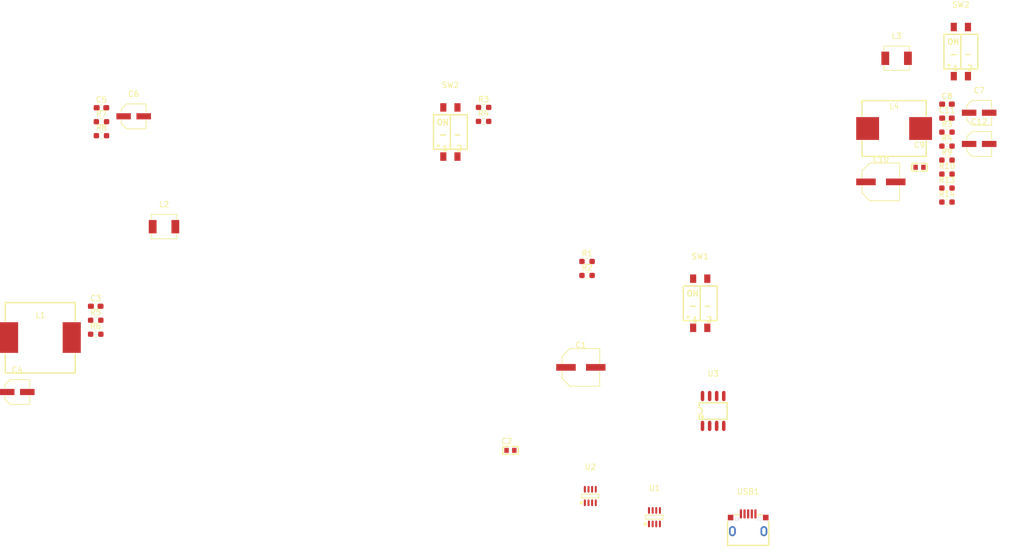
<source format=kicad_pcb>
(kicad_pcb (version 20241229) (generator "pcbnew") (generator_version "9.0")
  (layers (0 "F.Cu" signal) (2 "B.Cu" signal) (13 "F.Paste" user) (15 "B.Paste" user) (5 "F.SilkS" user "F.Silkscreen") (7 "B.SilkS" user "B.Silkscreen") (1 "F.Mask" user) (3 "B.Mask" user) (25 "Edge.Cuts" user))
  (net 0 "")
  (net 1 "+2V8")
  (net 2 "Net-(U1-FB1)")
  (net 3 "Net-(U1-IN)")
  (net 4 "Net-(U1-FB2)")
  (net 5 "+3V3")
  (net 7 "Net-(U1-LX1)")
  (net 8 "Net-(U1-LX2)")
  (net 9 "+2V5")
  (net 10 "Net-(U2-FB2)")
  (net 11 "Net-(U2-IN)")
  (net 13 "+1V1")
  (net 14 "Net-(U2-FB1)")
  (net 16 "+5V")
  (net 19 "Net-(U2-LX1)")
  (net 20 "Net-(U3-UD-)")
  (net 23 "+3.3V")
  (net 24 "Net-(U3-UD+)")
  (net 30 "GND")
  (net 31 "Net-(SW1-A1)")
  (net 32 "Net-(SW1-A2)")
  (net 39 "Net-(U2-LX2)")
  (net 40 "Net-(SW2-A1)")
  (net 41 "Net-(SW2-A2)")
  (footprint "100uF-capacitor:CAP-SMD_BD6.3-L6.6-W6.6-FD" (layer "F.Cu") (at 165.08 95.35)
    (property "Reference" "C1" (at 0 -4 0) (layer "F.SilkS"))
    (property "Value" "100 uF")
    (fp_line (start -3.38 -1.98) (end -3.38 -0.69) (stroke (width 0.15)) (layer "F.SilkS"))
    (fp_line (start -3.38 1.98) (end -3.36 0.69) (stroke (width 0.15)) (layer "F.SilkS"))
    (fp_line (start -1.98 -3.38) (end -3.38 -1.98) (stroke (width 0.15)) (layer "F.SilkS"))
    (fp_line (start -1.98 3.38) (end -3.38 1.98) (stroke (width 0.15)) (layer "F.SilkS"))
    (fp_line (start 3.36 0.74) (end 3.38 3.38) (stroke (width 0.15)) (layer "F.SilkS"))
    (fp_line (start 3.37 -0.71) (end 3.38 -3.38) (stroke (width 0.15)) (layer "F.SilkS"))
    (fp_line (start 3.38 -3.38) (end -1.98 -3.38) (stroke (width 0.15)) (layer "F.SilkS"))
    (fp_line (start 3.38 3.38) (end -1.98 3.38) (stroke (width 0.15)) (layer "F.SilkS"))
    (pad "1" smd rect (at -2.67 0) (size 3.5 1.2) (layers "F.Cu" "F.Mask" "F.Paste") (net 11 "Net-(U2-IN)"))
    (pad "2" smd rect (at 2.67 0) (size 3.5 1.2) (layers "F.Cu" "F.Mask" "F.Paste") (net 30 "GND"))
  )
  (footprint "0.8uH-inductor:IND-SMD_L11.5-W10.0_PSPMAA1040H-330M-ANP" (layer "F.Cu") (at 221.25 52.48)
    (property "Reference" "L4" (at 0 -4 0) (layer "F.SilkS"))
    (property "Value" "0.8 uH")
    (fp_line (start -5.75 -5) (end -5.75 -2.28) (stroke (width 0.25)) (layer "F.SilkS"))
    (fp_line (start -5.75 -5) (end 5.75 -5) (stroke (width 0.25)) (layer "F.SilkS"))
    (fp_line (start -5.75 2.28) (end -5.75 5) (stroke (width 0.25)) (layer "F.SilkS"))
    (fp_line (start 5.75 -2.28) (end 5.75 -5) (stroke (width 0.25)) (layer "F.SilkS"))
    (fp_line (start 5.75 5) (end -5.75 5) (stroke (width 0.25)) (layer "F.SilkS"))
    (fp_line (start 5.75 5) (end 5.75 2.28) (stroke (width 0.25)) (layer "F.SilkS"))
    (pad "1" smd rect (at -4.75 0) (size 4.1 4.1) (layers "F.Cu" "F.Mask" "F.Paste") (net 8 "Net-(U1-LX2)"))
    (pad "2" smd rect (at 4.75 0) (size 4.1 4.1) (layers "F.Cu" "F.Mask" "F.Paste") (net 5 "+3V3"))
  )
  (footprint "22uH-inductor:IND-SMD_L13.5-W12.6_TMPC1206HP-1R5MG-D" (layer "F.Cu") (at 68.1675 90)
    (property "Reference" "L1" (at 0 -4 0) (layer "F.SilkS"))
    (property "Value" "22 uH")
    (fp_line (start -6.3 -6.25) (end 6.25 -6.25) (stroke (width 0.25)) (layer "F.SilkS"))
    (fp_line (start -6.3 -2.98) (end -6.3 -6.25) (stroke (width 0.25)) (layer "F.SilkS"))
    (fp_line (start -6.3 6.35) (end -6.3 2.98) (stroke (width 0.25)) (layer "F.SilkS"))
    (fp_line (start 6.25 -6.25) (end 6.25 -2.98) (stroke (width 0.25)) (layer "F.SilkS"))
    (fp_line (start 6.25 2.98) (end 6.25 6.35) (stroke (width 0.25)) (layer "F.SilkS"))
    (fp_line (start 6.25 6.35) (end -6.3 6.35) (stroke (width 0.25)) (layer "F.SilkS"))
    (pad "1" smd rect (at -5.62 0) (size 3.25 5.5) (layers "F.Cu" "F.Mask" "F.Paste") (net 13 "+1V1"))
    (pad "2" smd rect (at 5.62 0) (size 3.25 5.5) (layers "F.Cu" "F.Mask" "F.Paste") (net 19 "Net-(U2-LX1)"))
  )
  (footprint "Resistor_SMD:R_0603_1608Metric_Pad0.98x0.95mm_HandSolder" (layer "F.Cu") (at 230.725 58.15)
    (property "Reference" "R9" (at 0 -1.43 0) (layer "F.SilkS"))
    (property "Value" "120K")
    (fp_line (start -0.254724 -0.5225) (end 0.254724 -0.5225) (stroke (width 0.12)) (layer "F.SilkS"))
    (fp_line (start -0.254724 0.5225) (end 0.254724 0.5225) (stroke (width 0.12)) (layer "F.SilkS"))
    (pad "1" smd roundrect (at -0.9125 0) (size 0.975 0.95) (layers "F.Cu" "F.Mask" "F.Paste") (net 30 "GND"))
    (pad "2" smd roundrect (at 0.9125 0) (size 0.975 0.95) (layers "F.Cu" "F.Mask" "F.Paste") (net 2 "Net-(U1-FB1)"))
  )
  (footprint "Stepdown-converter:SOT-23-8_L3.0-W1.7-P0.65-LS2.8-BL" (layer "F.Cu") (at 178.27 122.24)
    (property "Reference" "U1" (at 0 -5.21 0) (layer "F.SilkS"))
    (property "Value" "SY8029AIC")
    (fp_line (start -1.53 -0.37) (end 1.53 -0.37) (stroke (width 0.15)) (layer "F.SilkS"))
    (fp_line (start -1.53 0.37) (end -1.53 -0.37) (stroke (width 0.15)) (layer "F.SilkS"))
    (fp_line (start 1.53 -0.37) (end 1.53 0.37) (stroke (width 0.15)) (layer "F.SilkS"))
    (fp_line (start 1.53 0.37) (end -1.53 0.37) (stroke (width 0.15)) (layer "F.SilkS"))
    (fp_circle (center -1.61 1.21) (end -1.46 1.21) (stroke (width 0.3)) (fill no) (layer "F.SilkS"))
    (pad "1" smd oval (at -0.98 1.21) (size 0.36 1.22) (layers "F.Cu" "F.Mask" "F.Paste") (net 2 "Net-(U1-FB1)"))
    (pad "2" smd oval (at -0.32 1.21) (size 0.36 1.22) (layers "F.Cu" "F.Mask" "F.Paste") (net 3 "Net-(U1-IN)"))
    (pad "3" smd oval (at 0.33 1.21) (size 0.36 1.22) (layers "F.Cu" "F.Mask" "F.Paste") (net 7 "Net-(U1-LX1)"))
    (pad "4" smd oval (at 0.98 1.21) (size 0.36 1.22) (layers "F.Cu" "F.Mask" "F.Paste"))
    (pad "5" smd oval (at 0.98 -1.21) (size 0.36 1.22) (layers "F.Cu" "F.Mask" "F.Paste") (net 8 "Net-(U1-LX2)"))
    (pad "6" smd oval (at 0.33 -1.21) (size 0.36 1.22) (layers "F.Cu" "F.Mask" "F.Paste") (net 40 "Net-(SW2-A1)"))
    (pad "7" smd oval (at -0.32 -1.21) (size 0.36 1.22) (layers "F.Cu" "F.Mask" "F.Paste") (net 41 "Net-(SW2-A2)"))
    (pad "8" smd oval (at -0.98 -1.21) (size 0.36 1.22) (layers "F.Cu" "F.Mask" "F.Paste") (net 4 "Net-(U1-FB2)"))
  )
  (footprint "DIP-switch:SW-SMD_4P-L6.1-W6.2-P2.54-LS10.0" (layer "F.Cu") (at 141.6825 53.105)
    (property "Reference" "SW2" (at 0 -8.41 0) (layer "F.SilkS"))
    (property "Value" "KF1027B-02P-G00-ON-01B")
    (fp_line (start -3.03 -3.1) (end 3.04 -3.1) (stroke (width 0.25)) (layer "F.SilkS"))
    (fp_line (start -3.03 3.1) (end -3.03 -3.1) (stroke (width 0.25)) (layer "F.SilkS"))
    (fp_line (start -1.77 0.54) (end -0.88 0.54) (stroke (width 0.25)) (layer "F.SilkS"))
    (fp_line (start 0 -2.13) (end 0 2.19) (stroke (width 0.25)) (layer "F.SilkS"))
    (fp_line (start 0 -1.96) (end 0 -3.07) (stroke (width 0.25)) (layer "F.SilkS"))
    (fp_line (start 0 2.19) (end 0 3.13) (stroke (width 0.25)) (layer "F.SilkS"))
    (fp_line (start 0.89 0.54) (end 1.66 0.54) (stroke (width 0.25)) (layer "F.SilkS"))
    (fp_line (start 3.04 -3.1) (end 3.04 3.1) (stroke (width 0.25)) (layer "F.SilkS"))
    (fp_line (start 3.04 3.1) (end -3.03 3.1) (stroke (width 0.25)) (layer "F.SilkS"))
    (fp_circle (center -2.16 2.44) (end -2.03 2.44) (stroke (width 0.25)) (fill no) (layer "F.SilkS"))
    (fp_text user "1" (at -1.52 2.95 0) (layer "F.SilkS") (effects (font (thickness 0.2)) (justify left)))
    (fp_text user "ON" (at -2.54 -1.75 0) (layer "F.SilkS") (effects (font (thickness 0.2)) (justify left)))
    (fp_text user "2" (at 1.02 2.95 0) (layer "F.SilkS") (effects (font (thickness 0.2)) (justify left)))
    (pad "1" smd rect (at -1.27 4.41 90) (size 1.52 1.1) (layers "F.Cu" "F.Mask" "F.Paste"))
    (pad "2" smd rect (at 1.27 4.41 90) (size 1.52 1.1) (layers "F.Cu" "F.Mask" "F.Paste"))
    (pad "3" smd rect (at 1.27 -4.41 90) (size 1.52 1.1) (layers "F.Cu" "F.Mask" "F.Paste"))
    (pad "4" smd rect (at -1.27 -4.41 90) (size 1.52 1.1) (layers "F.Cu" "F.Mask" "F.Paste"))
  )
  (footprint "22uF-capacitor:CAP-SMD_BD4.0-L4.3-W4.3-LS5.1-FD" (layer "F.Cu") (at 84.89 50.29)
    (property "Reference" "C6" (at 0 -4 0) (layer "F.SilkS"))
    (property "Value" "22 uF")
    (fp_line (start -2.22 -1.29) (end -2.22 -0.73) (stroke (width 0.15)) (layer "F.SilkS"))
    (fp_line (start -2.22 0.73) (end -2.22 1.29) (stroke (width 0.15)) (layer "F.SilkS"))
    (fp_line (start -2.22 1.29) (end -2.22 1.29) (stroke (width 0.15)) (layer "F.SilkS"))
    (fp_line (start -1.28 -2.22) (end -2.22 -1.29) (stroke (width 0.15)) (layer "F.SilkS"))
    (fp_line (start -1.28 2.23) (end -2.22 1.29) (stroke (width 0.15)) (layer "F.SilkS"))
    (fp_line (start 2.23 -2.22) (end -1.28 -2.22) (stroke (width 0.15)) (layer "F.SilkS"))
    (fp_line (start 2.23 -0.73) (end 2.23 -2.22) (stroke (width 0.15)) (layer "F.SilkS"))
    (fp_line (start 2.23 2.23) (end -1.28 2.23) (stroke (width 0.15)) (layer "F.SilkS"))
    (fp_line (start 2.23 2.23) (end 2.23 0.73) (stroke (width 0.15)) (layer "F.SilkS"))
    (pad "1" smd rect (at -1.8 0) (size 2.6 1.1) (layers "F.Cu" "F.Mask" "F.Paste") (net 9 "+2V5"))
    (pad "2" smd rect (at 1.8 0) (size 2.6 1.1) (layers "F.Cu" "F.Mask" "F.Paste") (net 30 "GND"))
  )
  (footprint "3.3uH-inductor:IND-SMD_L4.4-W4.2-A" (layer "F.Cu") (at 90.33 70.1)
    (property "Reference" "L2" (at 0 -4 0) (layer "F.SilkS"))
    (property "Value" "3.3 uH")
    (fp_line (start -2.28 -2.18) (end 2.28 -2.18) (stroke (width 0.15)) (layer "F.SilkS"))
    (fp_line (start -2.28 1.33) (end -2.28 2.18) (stroke (width 0.15)) (layer "F.SilkS"))
    (fp_line (start -2.28 2.18) (end 2.28 2.18) (stroke (width 0.15)) (layer "F.SilkS"))
    (fp_line (start -2.27 -1.4) (end -2.28 -2.18) (stroke (width 0.15)) (layer "F.SilkS"))
    (fp_line (start 2.28 -2.18) (end 2.27 -1.33) (stroke (width 0.15)) (layer "F.SilkS"))
    (fp_line (start 2.28 2.18) (end 2.28 1.32) (stroke (width 0.15)) (layer "F.SilkS"))
    (pad "1" smd rect (at 2.03 0) (size 1.4 2.4) (layers "F.Cu" "F.Mask" "F.Paste") (net 39 "Net-(U2-LX2)"))
    (pad "2" smd rect (at -2.03 0) (size 1.4 2.4) (layers "F.Cu" "F.Mask" "F.Paste") (net 9 "+2V5"))
  )
  (footprint "Resistor_SMD:R_0603_1608Metric_Pad0.98x0.95mm_HandSolder" (layer "F.Cu") (at 166.1875 78.85)
    (property "Reference" "R2" (at 0 -1.43 0) (layer "F.SilkS"))
    (property "Value" "1M")
    (fp_line (start -0.254724 -0.5225) (end 0.254724 -0.5225) (stroke (width 0.12)) (layer "F.SilkS"))
    (fp_line (start -0.254724 0.5225) (end 0.254724 0.5225) (stroke (width 0.12)) (layer "F.SilkS"))
    (pad "1" smd roundrect (at -0.9125 0) (size 0.975 0.95) (layers "F.Cu" "F.Mask" "F.Paste") (net 32 "Net-(SW1-A2)"))
    (pad "2" smd roundrect (at 0.9125 0) (size 0.975 0.95) (layers "F.Cu" "F.Mask" "F.Paste") (net 30 "GND"))
  )
  (footprint "Resistor_SMD:R_0603_1608Metric_Pad0.98x0.95mm_HandSolder" (layer "F.Cu") (at 147.6375 51.2)
    (property "Reference" "R4" (at 0 -1.43 0) (layer "F.SilkS"))
    (property "Value" "1M")
    (fp_line (start -0.254724 -0.5225) (end 0.254724 -0.5225) (stroke (width 0.12)) (layer "F.SilkS"))
    (fp_line (start -0.254724 0.5225) (end 0.254724 0.5225) (stroke (width 0.12)) (layer "F.SilkS"))
    (pad "1" smd roundrect (at -0.9125 0) (size 0.975 0.95) (layers "F.Cu" "F.Mask" "F.Paste"))
    (pad "2" smd roundrect (at 0.9125 0) (size 0.975 0.95) (layers "F.Cu" "F.Mask" "F.Paste") (net 30 "GND"))
  )
  (footprint "10uF-capacitor:C0603" (layer "F.Cu") (at 225.805 59.44)
    (property "Reference" "C9" (at 0 -4 0) (layer "F.SilkS"))
    (property "Value" "10 uF")
    (fp_line (start -1.39 0.4) (end -1.39 -0.4) (stroke (width 0.25)) (layer "F.SilkS"))
    (fp_line (start -0.28 -0.71) (end -1.08 -0.71) (stroke (width 0.25)) (layer "F.SilkS"))
    (fp_line (start -0.28 0.71) (end -1.08 0.71) (stroke (width 0.25)) (layer "F.SilkS"))
    (fp_line (start 0.28 -0.71) (end 1.08 -0.71) (stroke (width 0.25)) (layer "F.SilkS"))
    (fp_line (start 0.28 0.71) (end 1.08 0.71) (stroke (width 0.25)) (layer "F.SilkS"))
    (fp_line (start 1.39 -0.4) (end 1.39 0.4) (stroke (width 0.25)) (layer "F.SilkS"))
    (fp_arc (start -1.39 -0.4) (mid -1.299203 -0.619203) (end -1.08 -0.71) (stroke (width 0.25)) (layer "F.SilkS"))
    (fp_arc (start -1.08 0.71) (mid -1.299203 0.619203) (end -1.39 0.4) (stroke (width 0.25)) (layer "F.SilkS"))
    (fp_arc (start 1.08 -0.71) (mid 1.299203 -0.619203) (end 1.39 -0.4) (stroke (width 0.25)) (layer "F.SilkS"))
    (fp_arc (start 1.39 0.4) (mid 1.299203 0.619203) (end 1.08 0.71) (stroke (width 0.25)) (layer "F.SilkS"))
    (pad "1" smd rect (at -0.7 0) (size 0.8 0.9) (layers "F.Cu" "F.Mask" "F.Paste") (net 30 "GND"))
    (pad "2" smd rect (at 0.7 0) (size 0.8 0.9) (layers "F.Cu" "F.Mask" "F.Paste") (net 3 "Net-(U1-IN)"))
  )
  (footprint "Resistor_SMD:R_0603_1608Metric_Pad0.98x0.95mm_HandSolder" (layer "F.Cu") (at 78.0875 86.89)
    (property "Reference" "R5" (at 0 -1.43 0) (layer "F.SilkS"))
    (property "Value" "120K")
    (fp_line (start -0.254724 -0.5225) (end 0.254724 -0.5225) (stroke (width 0.12)) (layer "F.SilkS"))
    (fp_line (start -0.254724 0.5225) (end 0.254724 0.5225) (stroke (width 0.12)) (layer "F.SilkS"))
    (pad "1" smd roundrect (at -0.9125 0) (size 0.975 0.95) (layers "F.Cu" "F.Mask" "F.Paste") (net 30 "GND"))
    (pad "2" smd roundrect (at 0.9125 0) (size 0.975 0.95) (layers "F.Cu" "F.Mask" "F.Paste") (net 14 "Net-(U2-FB1)"))
  )
  (footprint "10uF-capacitor:C0603" (layer "F.Cu") (at 152.45 110.25)
    (property "Reference" "C2" (at -0.65 -1.65 0) (layer "F.SilkS"))
    (property "Value" "10 uF")
    (fp_line (start -1.39 0.4) (end -1.39 -0.4) (stroke (width 0.25)) (layer "F.SilkS"))
    (fp_line (start -0.28 -0.71) (end -1.08 -0.71) (stroke (width 0.25)) (layer "F.SilkS"))
    (fp_line (start -0.28 0.71) (end -1.08 0.71) (stroke (width 0.25)) (layer "F.SilkS"))
    (fp_line (start 0.28 -0.71) (end 1.08 -0.71) (stroke (width 0.25)) (layer "F.SilkS"))
    (fp_line (start 0.28 0.71) (end 1.08 0.71) (stroke (width 0.25)) (layer "F.SilkS"))
    (fp_line (start 1.39 -0.4) (end 1.39 0.4) (stroke (width 0.25)) (layer "F.SilkS"))
    (fp_arc (start -1.39 -0.4) (mid -1.299203 -0.619203) (end -1.08 -0.71) (stroke (width 0.25)) (layer "F.SilkS"))
    (fp_arc (start -1.08 0.71) (mid -1.299203 0.619203) (end -1.39 0.4) (stroke (width 0.25)) (layer "F.SilkS"))
    (fp_arc (start 1.08 -0.71) (mid 1.299203 -0.619203) (end 1.39 -0.4) (stroke (width 0.25)) (layer "F.SilkS"))
    (fp_arc (start 1.39 0.4) (mid 1.299203 0.619203) (end 1.08 0.71) (stroke (width 0.25)) (layer "F.SilkS"))
    (pad "1" smd rect (at -0.7 0) (size 0.8 0.9) (layers "F.Cu" "F.Mask" "F.Paste") (net 30 "GND"))
    (pad "2" smd rect (at 0.7 0) (size 0.8 0.9) (layers "F.Cu" "F.Mask" "F.Paste") (net 11 "Net-(U2-IN)"))
  )
  (footprint "Resistor_SMD:R_0603_1608Metric_Pad0.98x0.95mm_HandSolder" (layer "F.Cu") (at 230.725 53.13)
    (property "Reference" "R3" (at 0 -1.43 0) (layer "F.SilkS"))
    (property "Value" "1M")
    (fp_line (start -0.254724 -0.5225) (end 0.254724 -0.5225) (stroke (width 0.12)) (layer "F.SilkS"))
    (fp_line (start -0.254724 0.5225) (end 0.254724 0.5225) (stroke (width 0.12)) (layer "F.SilkS"))
    (pad "1" smd roundrect (at -0.9125 0) (size 0.975 0.95) (layers "F.Cu" "F.Mask" "F.Paste") (net 40 "Net-(SW2-A1)"))
    (pad "2" smd roundrect (at 0.9125 0) (size 0.975 0.95) (layers "F.Cu" "F.Mask" "F.Paste") (net 30 "GND"))
  )
  (footprint "USB:MICRO-USB-SMD_USB-MR-D-017" (layer "F.Cu") (at 195.08 123.2)
    (property "Reference" "USB1" (at 0 -5.55 0) (layer "F.SilkS"))
    (property "Value" "USB-MR-D-019")
    (fp_line (start -3.7 -0.17) (end -3.7 4.1) (stroke (width 0.25)) (layer "F.SilkS"))
    (fp_line (start -3.7 4.1) (end 3.7 4.1) (stroke (width 0.25)) (layer "F.SilkS"))
    (fp_line (start -1.73 -1.4) (end -2.42 -1.4) (stroke (width 0.25)) (layer "F.SilkS"))
    (fp_line (start 2.42 -1.4) (end 1.73 -1.4) (stroke (width 0.25)) (layer "F.SilkS"))
    (fp_line (start 3.7 4.1) (end 3.7 -0.17) (stroke (width 0.25)) (layer "F.SilkS"))
    (pad "" thru_hole circle (at -2 -0.6) (size 0.65 0.65) (drill 0.65) (layers "*.Cu" "*.Mask"))
    (pad "" thru_hole circle (at 2 -0.6) (size 0.65 0.65) (drill 0.65) (layers "*.Cu" "*.Mask"))
    (pad "1" smd rect (at -1.3 -1.55) (size 0.4 1.6) (layers "F.Cu" "F.Mask" "F.Paste") (net 16 "+5V"))
    (pad "2" smd rect (at -0.65 -1.55) (size 0.4 1.6) (layers "F.Cu" "F.Mask" "F.Paste") (net 20 "Net-(U3-UD-)"))
    (pad "3" smd rect (at 0 -1.55) (size 0.4 1.6) (layers "F.Cu" "F.Mask" "F.Paste") (net 24 "Net-(U3-UD+)"))
    (pad "4" smd rect (at 0.65 -1.55) (size 0.4 1.6) (layers "F.Cu" "F.Mask" "F.Paste"))
    (pad "5" smd rect (at 1.3 -1.55) (size 0.4 1.6) (layers "F.Cu" "F.Mask" "F.Paste") (net 30 "GND"))
    (pad "6" smd rect (at -3.15 -0.9) (size 1 1) (layers "F.Cu" "F.Mask" "F.Paste"))
    (pad "7" smd rect (at 3.15 -0.9) (size 1 1) (layers "F.Cu" "F.Mask" "F.Paste"))
    (pad "8" thru_hole oval (at -2.83 1.55) (size 1.2 1.8) (drill oval 0.599948 1.220013) (layers "*.Cu" "*.Mask"))
    (pad "9" thru_hole oval (at 2.82 1.55) (size 1.2 1.8) (drill oval 0.599948 1.220013) (layers "*.Cu" "*.Mask"))
  )
  (footprint "USB-to-UART:SOP-8_L4.9-W3.9-P1.27-LS6.0-BL" (layer "F.Cu") (at 188.8 103.17)
    (property "Reference" "U3" (at 0 -6.68 0) (layer "F.SilkS"))
    (property "Value" "CH340N")
    (fp_line (start -2.5 -1.48) (end 2.5 -1.48) (stroke (width 0.25)) (layer "F.SilkS"))
    (fp_line (start -2.5 -0.63) (end -2.5 -1.48) (stroke (width 0.25)) (layer "F.SilkS"))
    (fp_line (start -2.5 0.63) (end -2.5 1.5) (stroke (width 0.25)) (layer "F.SilkS"))
    (fp_line (start -2.5 1.5) (end 2.5 1.5) (stroke (width 0.25)) (layer "F.SilkS"))
    (fp_line (start 2.5 1.5) (end 2.5 -1.48) (stroke (width 0.25)) (layer "F.SilkS"))
    (fp_arc (start -2.5 -0.63) (mid -1.970474 -0.002632) (end -2.494818 0.629073) (stroke (width 0.25)) (layer "F.SilkS"))
    (fp_circle (center -1.91 1.02) (end -1.76 1.02) (stroke (width 0.3)) (fill no) (layer "F.SilkS"))
    (pad "1" smd oval (at -1.91 2.68) (size 0.63 1.86) (layers "F.Cu" "F.Mask" "F.Paste") (net 24 "Net-(U3-UD+)"))
    (pad "2" smd oval (at -0.63 2.68) (size 0.63 1.86) (layers "F.Cu" "F.Mask" "F.Paste") (net 20 "Net-(U3-UD-)"))
    (pad "3" smd oval (at 0.63 2.68) (size 0.63 1.86) (layers "F.Cu" "F.Mask" "F.Paste"))
    (pad "4" smd oval (at 1.9 2.68) (size 0.63 1.86) (layers "F.Cu" "F.Mask" "F.Paste"))
    (pad "5" smd oval (at 1.9 -2.68) (size 0.63 1.86) (layers "F.Cu" "F.Mask" "F.Paste") (net 23 "+3.3V"))
    (pad "6" smd oval (at 0.63 -2.68) (size 0.63 1.86) (layers "F.Cu" "F.Mask" "F.Paste"))
    (pad "7" smd oval (at -0.63 -2.68) (size 0.63 1.86) (layers "F.Cu" "F.Mask" "F.Paste"))
    (pad "8" smd oval (at -1.91 -2.68) (size 0.63 1.86) (layers "F.Cu" "F.Mask" "F.Paste"))
  )
  (footprint "22uF-capacitor:CAP-SMD_BD4.0-L4.3-W4.3-LS5.1-FD" (layer "F.Cu") (at 236.5 55.25)
    (property "Reference" "C12" (at 0 -4 0) (layer "F.SilkS"))
    (property "Value" "22 uF")
    (fp_line (start -2.22 -1.29) (end -2.22 -0.73) (stroke (width 0.15)) (layer "F.SilkS"))
    (fp_line (start -2.22 0.73) (end -2.22 1.29) (stroke (width 0.15)) (layer "F.SilkS"))
    (fp_line (start -2.22 1.29) (end -2.22 1.29) (stroke (width 0.15)) (layer "F.SilkS"))
    (fp_line (start -1.28 -2.22) (end -2.22 -1.29) (stroke (width 0.15)) (layer "F.SilkS"))
    (fp_line (start -1.28 2.23) (end -2.22 1.29) (stroke (width 0.15)) (layer "F.SilkS"))
    (fp_line (start 2.23 -2.22) (end -1.28 -2.22) (stroke (width 0.15)) (layer "F.SilkS"))
    (fp_line (start 2.23 -0.73) (end 2.23 -2.22) (stroke (width 0.15)) (layer "F.SilkS"))
    (fp_line (start 2.23 2.23) (end -1.28 2.23) (stroke (width 0.15)) (layer "F.SilkS"))
    (fp_line (start 2.23 2.23) (end 2.23 0.73) (stroke (width 0.15)) (layer "F.SilkS"))
    (pad "1" smd rect (at -1.8 0) (size 2.6 1.1) (layers "F.Cu" "F.Mask" "F.Paste") (net 5 "+3V3"))
    (pad "2" smd rect (at 1.8 0) (size 2.6 1.1) (layers "F.Cu" "F.Mask" "F.Paste") (net 30 "GND"))
  )
  (footprint "3.3uH-inductor:IND-SMD_L4.4-W4.2-A" (layer "F.Cu") (at 221.695 39.88)
    (property "Reference" "L3" (at 0 -4 0) (layer "F.SilkS"))
    (property "Value" "3.3 uH")
    (fp_line (start -2.28 -2.18) (end 2.28 -2.18) (stroke (width 0.15)) (layer "F.SilkS"))
    (fp_line (start -2.28 1.33) (end -2.28 2.18) (stroke (width 0.15)) (layer "F.SilkS"))
    (fp_line (start -2.28 2.18) (end 2.28 2.18) (stroke (width 0.15)) (layer "F.SilkS"))
    (fp_line (start -2.27 -1.4) (end -2.28 -2.18) (stroke (width 0.15)) (layer "F.SilkS"))
    (fp_line (start 2.28 -2.18) (end 2.27 -1.33) (stroke (width 0.15)) (layer "F.SilkS"))
    (fp_line (start 2.28 2.18) (end 2.28 1.32) (stroke (width 0.15)) (layer "F.SilkS"))
    (pad "1" smd rect (at 2.03 0) (size 1.4 2.4) (layers "F.Cu" "F.Mask" "F.Paste") (net 1 "+2V8"))
    (pad "2" smd rect (at -2.03 0) (size 1.4 2.4) (layers "F.Cu" "F.Mask" "F.Paste") (net 7 "Net-(U1-LX1)"))
  )
  (footprint "Resistor_SMD:R_0603_1608Metric_Pad0.98x0.95mm_HandSolder" (layer "F.Cu") (at 79.115 53.77)
    (property "Reference" "R8" (at 0 -1.43 0) (layer "F.SilkS"))
    (property "Value" "316K")
    (fp_line (start -0.254724 -0.5225) (end 0.254724 -0.5225) (stroke (width 0.12)) (layer "F.SilkS"))
    (fp_line (start -0.254724 0.5225) (end 0.254724 0.5225) (stroke (width 0.12)) (layer "F.SilkS"))
    (pad "1" smd roundrect (at -0.9125 0) (size 0.975 0.95) (layers "F.Cu" "F.Mask" "F.Paste") (net 10 "Net-(U2-FB2)"))
    (pad "2" smd roundrect (at 0.9125 0) (size 0.975 0.95) (layers "F.Cu" "F.Mask" "F.Paste") (net 9 "+2V5"))
  )
  (footprint "22uF-capacitor:CAP-SMD_BD4.0-L4.3-W4.3-LS5.1-FD" (layer "F.Cu") (at 64.0225 99.77)
    (property "Reference" "C4" (at 0 -4 0) (layer "F.SilkS"))
    (property "Value" "22 uF")
    (fp_line (start -2.22 -1.29) (end -2.22 -0.73) (stroke (width 0.15)) (layer "F.SilkS"))
    (fp_line (start -2.22 0.73) (end -2.22 1.29) (stroke (width 0.15)) (layer "F.SilkS"))
    (fp_line (start -2.22 1.29) (end -2.22 1.29) (stroke (width 0.15)) (layer "F.SilkS"))
    (fp_line (start -1.28 -2.22) (end -2.22 -1.29) (stroke (width 0.15)) (layer "F.SilkS"))
    (fp_line (start -1.28 2.23) (end -2.22 1.29) (stroke (width 0.15)) (layer "F.SilkS"))
    (fp_line (start 2.23 -2.22) (end -1.28 -2.22) (stroke (width 0.15)) (layer "F.SilkS"))
    (fp_line (start 2.23 -0.73) (end 2.23 -2.22) (stroke (width 0.15)) (layer "F.SilkS"))
    (fp_line (start 2.23 2.23) (end -1.28 2.23) (stroke (width 0.15)) (layer "F.SilkS"))
    (fp_line (start 2.23 2.23) (end 2.23 0.73) (stroke (width 0.15)) (layer "F.SilkS"))
    (pad "1" smd rect (at -1.8 0) (size 2.6 1.1) (layers "F.Cu" "F.Mask" "F.Paste") (net 13 "+1V1"))
    (pad "2" smd rect (at 1.8 0) (size 2.6 1.1) (layers "F.Cu" "F.Mask" "F.Paste") (net 30 "GND"))
  )
  (footprint "Resistor_SMD:R_0603_1608Metric_Pad0.98x0.95mm_HandSolder" (layer "F.Cu") (at 230.725 60.66)
    (property "Reference" "R10" (at 0 -1.43 0) (layer "F.SilkS"))
    (property "Value" "440K")
    (fp_line (start -0.254724 -0.5225) (end 0.254724 -0.5225) (stroke (width 0.12)) (layer "F.SilkS"))
    (fp_line (start -0.254724 0.5225) (end 0.254724 0.5225) (stroke (width 0.12)) (layer "F.SilkS"))
    (pad "1" smd roundrect (at -0.9125 0) (size 0.975 0.95) (layers "F.Cu" "F.Mask" "F.Paste") (net 2 "Net-(U1-FB1)"))
    (pad "2" smd roundrect (at 0.9125 0) (size 0.975 0.95) (layers "F.Cu" "F.Mask" "F.Paste") (net 1 "+2V8"))
  )
  (footprint "DIP-switch:SW-SMD_4P-L6.1-W6.2-P2.54-LS10.0" (layer "F.Cu") (at 186.48 83.84)
    (property "Reference" "SW1" (at 0 -8.41 0) (layer "F.SilkS"))
    (property "Value" "KF1027B-02P-G00-ON-01B")
    (fp_line (start -3.03 -3.1) (end 3.04 -3.1) (stroke (width 0.25)) (layer "F.SilkS"))
    (fp_line (start -3.03 3.1) (end -3.03 -3.1) (stroke (width 0.25)) (layer "F.SilkS"))
    (fp_line (start -1.77 0.54) (end -0.88 0.54) (stroke (width 0.25)) (layer "F.SilkS"))
    (fp_line (start 0 -2.13) (end 0 2.19) (stroke (width 0.25)) (layer "F.SilkS"))
    (fp_line (start 0 -1.96) (end 0 -3.07) (stroke (width 0.25)) (layer "F.SilkS"))
    (fp_line (start 0 2.19) (end 0 3.13) (stroke (width 0.25)) (layer "F.SilkS"))
    (fp_line (start 0.89 0.54) (end 1.66 0.54) (stroke (width 0.25)) (layer "F.SilkS"))
    (fp_line (start 3.04 -3.1) (end 3.04 3.1) (stroke (width 0.25)) (layer "F.SilkS"))
    (fp_line (start 3.04 3.1) (end -3.03 3.1) (stroke (width 0.25)) (layer "F.SilkS"))
    (fp_circle (center -2.16 2.44) (end -2.03 2.44) (stroke (width 0.25)) (fill no) (layer "F.SilkS"))
    (fp_text user "2" (at 1.02 2.95 0) (layer "F.SilkS") (effects (font (thickness 0.2)) (justify left)))
    (fp_text user "1" (at -1.52 2.95 0) (layer "F.SilkS") (effects (font (thickness 0.2)) (justify left)))
    (fp_text user "ON" (at -2.54 -1.75 0) (layer "F.SilkS") (effects (font (thickness 0.2)) (justify left)))
    (pad "1" smd rect (at -1.27 4.41 90) (size 1.52 1.1) (layers "F.Cu" "F.Mask" "F.Paste") (net 31 "Net-(SW1-A1)"))
    (pad "2" smd rect (at 1.27 4.41 90) (size 1.52 1.1) (layers "F.Cu" "F.Mask" "F.Paste") (net 32 "Net-(SW1-A2)"))
    (pad "3" smd rect (at 1.27 -4.41 90) (size 1.52 1.1) (layers "F.Cu" "F.Mask" "F.Paste") (net 16 "+5V"))
    (pad "4" smd rect (at -1.27 -4.41 90) (size 1.52 1.1) (layers "F.Cu" "F.Mask" "F.Paste") (net 16 "+5V"))
  )
  (footprint "Resistor_SMD:R_0603_1608Metric_Pad0.98x0.95mm_HandSolder" (layer "F.Cu") (at 78.0875 89.4)
    (property "Reference" "R6" (at 0 -1.43 0) (layer "F.SilkS"))
    (property "Value" "100K")
    (fp_line (start -0.254724 -0.5225) (end 0.254724 -0.5225) (stroke (width 0.12)) (layer "F.SilkS"))
    (fp_line (start -0.254724 0.5225) (end 0.254724 0.5225) (stroke (width 0.12)) (layer "F.SilkS"))
    (pad "1" smd roundrect (at -0.9125 0) (size 0.975 0.95) (layers "F.Cu" "F.Mask" "F.Paste") (net 14 "Net-(U2-FB1)"))
    (pad "2" smd roundrect (at 0.9125 0) (size 0.975 0.95) (layers "F.Cu" "F.Mask" "F.Paste") (net 13 "+1V1"))
  )
  (footprint "Resistor_SMD:R_0603_1608Metric_Pad0.98x0.95mm_HandSolder" (layer "F.Cu") (at 230.725 65.68)
    (property "Reference" "R14" (at 0 -1.43 0) (layer "F.SilkS"))
    (property "Value" "536K")
    (fp_line (start -0.254724 -0.5225) (end 0.254724 -0.5225) (stroke (width 0.12)) (layer "F.SilkS"))
    (fp_line (start -0.254724 0.5225) (end 0.254724 0.5225) (stroke (width 0.12)) (layer "F.SilkS"))
    (pad "1" smd roundrect (at -0.9125 0) (size 0.975 0.95) (layers "F.Cu" "F.Mask" "F.Paste") (net 4 "Net-(U1-FB2)"))
    (pad "2" smd roundrect (at 0.9125 0) (size 0.975 0.95) (layers "F.Cu" "F.Mask" "F.Paste") (net 5 "+3V3"))
  )
  (footprint "Capacitor_SMD:C_0603_1608Metric_Pad1.08x0.95mm_HandSolder" (layer "F.Cu") (at 78.0875 84.38)
    (property "Reference" "C3" (at 0 -1.43 0) (layer "F.SilkS"))
    (property "Value" "22 pF")
    (fp_line (start -0.146267 -0.51) (end 0.146267 -0.51) (stroke (width 0.12)) (layer "F.SilkS"))
    (fp_line (start -0.146267 0.51) (end 0.146267 0.51) (stroke (width 0.12)) (layer "F.SilkS"))
    (pad "1" smd roundrect (at -0.8625 0) (size 1.075 0.95) (layers "F.Cu" "F.Mask" "F.Paste") (net 14 "Net-(U2-FB1)"))
    (pad "2" smd roundrect (at 0.8625 0) (size 1.075 0.95) (layers "F.Cu" "F.Mask" "F.Paste") (net 13 "+1V1"))
  )
  (footprint "Stepdown-converter:SOT-23-8_L3.0-W1.7-P0.65-LS2.8-BL" (layer "F.Cu") (at 166.77 118.44)
    (property "Reference" "U2" (at 0 -5.21 0) (layer "F.SilkS"))
    (property "Value" "SY8029AIC")
    (fp_line (start -1.53 -0.37) (end 1.53 -0.37) (stroke (width 0.15)) (layer "F.SilkS"))
    (fp_line (start -1.53 0.37) (end -1.53 -0.37) (stroke (width 0.15)) (layer "F.SilkS"))
    (fp_line (start 1.53 -0.37) (end 1.53 0.37) (stroke (width 0.15)) (layer "F.SilkS"))
    (fp_line (start 1.53 0.37) (end -1.53 0.37) (stroke (width 0.15)) (layer "F.SilkS"))
    (fp_circle (center -1.61 1.21) (end -1.46 1.21) (stroke (width 0.3)) (fill no) (layer "F.SilkS"))
    (pad "1" smd oval (at -0.98 1.21) (size 0.36 1.22) (layers "F.Cu" "F.Mask" "F.Paste") (net 14 "Net-(U2-FB1)"))
    (pad "2" smd oval (at -0.32 1.21) (size 0.36 1.22) (layers "F.Cu" "F.Mask" "F.Paste") (net 11 "Net-(U2-IN)"))
    (pad "3" smd oval (at 0.33 1.21) (size 0.36 1.22) (layers "F.Cu" "F.Mask" "F.Paste") (net 19 "Net-(U2-LX1)"))
    (pad "4" smd oval (at 0.98 1.21) (size 0.36 1.22) (layers "F.Cu" "F.Mask" "F.Paste"))
    (pad "5" smd oval (at 0.98 -1.21) (size 0.36 1.22) (layers "F.Cu" "F.Mask" "F.Paste") (net 39 "Net-(U2-LX2)"))
    (pad "6" smd oval (at 0.33 -1.21) (size 0.36 1.22) (layers "F.Cu" "F.Mask" "F.Paste") (net 31 "Net-(SW1-A1)"))
    (pad "7" smd oval (at -0.32 -1.21) (size 0.36 1.22) (layers "F.Cu" "F.Mask" "F.Paste") (net 32 "Net-(SW1-A2)"))
    (pad "8" smd oval (at -0.98 -1.21) (size 0.36 1.22) (layers "F.Cu" "F.Mask" "F.Paste") (net 10 "Net-(U2-FB2)"))
  )
  (footprint "Resistor_SMD:R_0603_1608Metric_Pad0.98x0.95mm_HandSolder" (layer "F.Cu") (at 230.725 55.64)
    (property "Reference" "R4" (at 0 -1.43 0) (layer "F.SilkS"))
    (property "Value" "1M")
    (fp_line (start -0.254724 -0.5225) (end 0.254724 -0.5225) (stroke (width 0.12)) (layer "F.SilkS"))
    (fp_line (start -0.254724 0.5225) (end 0.254724 0.5225) (stroke (width 0.12)) (layer "F.SilkS"))
    (pad "1" smd roundrect (at -0.9125 0) (size 0.975 0.95) (layers "F.Cu" "F.Mask" "F.Paste") (net 41 "Net-(SW2-A2)"))
    (pad "2" smd roundrect (at 0.9125 0) (size 0.975 0.95) (layers "F.Cu" "F.Mask" "F.Paste") (net 30 "GND"))
  )
  (footprint "Resistor_SMD:R_0603_1608Metric_Pad0.98x0.95mm_HandSolder" (layer "F.Cu") (at 166.1875 76.34)
    (property "Reference" "R1" (at 0 -1.43 0) (layer "F.SilkS"))
    (property "Value" "1M")
    (fp_line (start -0.254724 -0.5225) (end 0.254724 -0.5225) (stroke (width 0.12)) (layer "F.SilkS"))
    (fp_line (start -0.254724 0.5225) (end 0.254724 0.5225) (stroke (width 0.12)) (layer "F.SilkS"))
    (pad "1" smd roundrect (at -0.9125 0) (size 0.975 0.95) (layers "F.Cu" "F.Mask" "F.Paste") (net 31 "Net-(SW1-A1)"))
    (pad "2" smd roundrect (at 0.9125 0) (size 0.975 0.95) (layers "F.Cu" "F.Mask" "F.Paste") (net 30 "GND"))
  )
  (footprint "22uF-capacitor:CAP-SMD_BD4.0-L4.3-W4.3-LS5.1-FD" (layer "F.Cu") (at 236.5 49.65)
    (property "Reference" "C7" (at 0 -4 0) (layer "F.SilkS"))
    (property "Value" "22 uF")
    (fp_line (start -2.22 -1.29) (end -2.22 -0.73) (stroke (width 0.15)) (layer "F.SilkS"))
    (fp_line (start -2.22 0.73) (end -2.22 1.29) (stroke (width 0.15)) (layer "F.SilkS"))
    (fp_line (start -2.22 1.29) (end -2.22 1.29) (stroke (width 0.15)) (layer "F.SilkS"))
    (fp_line (start -1.28 -2.22) (end -2.22 -1.29) (stroke (width 0.15)) (layer "F.SilkS"))
    (fp_line (start -1.28 2.23) (end -2.22 1.29) (stroke (width 0.15)) (layer "F.SilkS"))
    (fp_line (start 2.23 -2.22) (end -1.28 -2.22) (stroke (width 0.15)) (layer "F.SilkS"))
    (fp_line (start 2.23 -0.73) (end 2.23 -2.22) (stroke (width 0.15)) (layer "F.SilkS"))
    (fp_line (start 2.23 2.23) (end -1.28 2.23) (stroke (width 0.15)) (layer "F.SilkS"))
    (fp_line (start 2.23 2.23) (end 2.23 0.73) (stroke (width 0.15)) (layer "F.SilkS"))
    (pad "1" smd rect (at -1.8 0) (size 2.6 1.1) (layers "F.Cu" "F.Mask" "F.Paste") (net 1 "+2V8"))
    (pad "2" smd rect (at 1.8 0) (size 2.6 1.1) (layers "F.Cu" "F.Mask" "F.Paste") (net 30 "GND"))
  )
  (footprint "Resistor_SMD:R_0603_1608Metric_Pad0.98x0.95mm_HandSolder" (layer "F.Cu") (at 79.115 51.26)
    (property "Reference" "R7" (at 0 -1.43 0) (layer "F.SilkS"))
    (property "Value" "100K")
    (fp_line (start -0.254724 -0.5225) (end 0.254724 -0.5225) (stroke (width 0.12)) (layer "F.SilkS"))
    (fp_line (start -0.254724 0.5225) (end 0.254724 0.5225) (stroke (width 0.12)) (layer "F.SilkS"))
    (pad "1" smd roundrect (at -0.9125 0) (size 0.975 0.95) (layers "F.Cu" "F.Mask" "F.Paste") (net 30 "GND"))
    (pad "2" smd roundrect (at 0.9125 0) (size 0.975 0.95) (layers "F.Cu" "F.Mask" "F.Paste") (net 10 "Net-(U2-FB2)"))
  )
  (footprint "Capacitor_SMD:C_0603_1608Metric_Pad1.08x0.95mm_HandSolder" (layer "F.Cu") (at 230.725 50.62)
    (property "Reference" "C11" (at 0 -1.43 0) (layer "F.SilkS"))
    (property "Value" "22 pF")
    (fp_line (start -0.146267 -0.51) (end 0.146267 -0.51) (stroke (width 0.12)) (layer "F.SilkS"))
    (fp_line (start -0.146267 0.51) (end 0.146267 0.51) (stroke (width 0.12)) (layer "F.SilkS"))
    (pad "1" smd roundrect (at -0.8625 0) (size 1.075 0.95) (layers "F.Cu" "F.Mask" "F.Paste") (net 4 "Net-(U1-FB2)"))
    (pad "2" smd roundrect (at 0.8625 0) (size 1.075 0.95) (layers "F.Cu" "F.Mask" "F.Paste") (net 5 "+3V3"))
  )
  (footprint "DIP-switch:SW-SMD_4P-L6.1-W6.2-P2.54-LS10.0" (layer "F.Cu") (at 233.22 38.675)
    (property "Reference" "SW2" (at 0 -8.41 0) (layer "F.SilkS"))
    (property "Value" "KF1027B-02P-G00-ON-01B")
    (fp_line (start -3.03 -3.1) (end 3.04 -3.1) (stroke (width 0.25)) (layer "F.SilkS"))
    (fp_line (start -3.03 3.1) (end -3.03 -3.1) (stroke (width 0.25)) (layer "F.SilkS"))
    (fp_line (start -1.77 0.54) (end -0.88 0.54) (stroke (width 0.25)) (layer "F.SilkS"))
    (fp_line (start 0 -2.13) (end 0 2.19) (stroke (width 0.25)) (layer "F.SilkS"))
    (fp_line (start 0 -1.96) (end 0 -3.07) (stroke (width 0.25)) (layer "F.SilkS"))
    (fp_line (start 0 2.19) (end 0 3.13) (stroke (width 0.25)) (layer "F.SilkS"))
    (fp_line (start 0.89 0.54) (end 1.66 0.54) (stroke (width 0.25)) (layer "F.SilkS"))
    (fp_line (start 3.04 -3.1) (end 3.04 3.1) (stroke (width 0.25)) (layer "F.SilkS"))
    (fp_line (start 3.04 3.1) (end -3.03 3.1) (stroke (width 0.25)) (layer "F.SilkS"))
    (fp_circle (center -2.16 2.44) (end -2.03 2.44) (stroke (width 0.25)) (fill no) (layer "F.SilkS"))
    (fp_text user "ON" (at -2.54 -1.75 0) (layer "F.SilkS") (effects (font (thickness 0.2)) (justify left)))
    (fp_text user "2" (at 1.02 2.95 0) (layer "F.SilkS") (effects (font (thickness 0.2)) (justify left)))
    (fp_text user "1" (at -1.52 2.95 0) (layer "F.SilkS") (effects (font (thickness 0.2)) (justify left)))
    (pad "1" smd rect (at -1.27 4.41 90) (size 1.52 1.1) (layers "F.Cu" "F.Mask" "F.Paste") (net 40 "Net-(SW2-A1)"))
    (pad "2" smd rect (at 1.27 4.41 90) (size 1.52 1.1) (layers "F.Cu" "F.Mask" "F.Paste") (net 41 "Net-(SW2-A2)"))
    (pad "3" smd rect (at 1.27 -4.41 90) (size 1.52 1.1) (layers "F.Cu" "F.Mask" "F.Paste") (net 16 "+5V"))
    (pad "4" smd rect (at -1.27 -4.41 90) (size 1.52 1.1) (layers "F.Cu" "F.Mask" "F.Paste") (net 16 "+5V"))
  )
  (footprint "100uF-capacitor:CAP-SMD_BD6.3-L6.6-W6.6-FD" (layer "F.Cu") (at 218.87 62.06)
    (property "Reference" "C10" (at 0 -4 0) (layer "F.SilkS"))
    (property "Value" "100 uF")
    (fp_line (start -3.38 -1.98) (end -3.38 -0.69) (stroke (width 0.15)) (layer "F.SilkS"))
    (fp_line (start -3.38 1.98) (end -3.36 0.69) (stroke (width 0.15)) (layer "F.SilkS"))
    (fp_line (start -1.98 -3.38) (end -3.38 -1.98) (stroke (width 0.15)) (layer "F.SilkS"))
    (fp_line (start -1.98 3.38) (end -3.38 1.98) (stroke (width 0.15)) (layer "F.SilkS"))
    (fp_line (start 3.36 0.74) (end 3.38 3.38) (stroke (width 0.15)) (layer "F.SilkS"))
    (fp_line (start 3.37 -0.71) (end 3.38 -3.38) (stroke (width 0.15)) (layer "F.SilkS"))
    (fp_line (start 3.38 -3.38) (end -1.98 -3.38) (stroke (width 0.15)) (layer "F.SilkS"))
    (fp_line (start 3.38 3.38) (end -1.98 3.38) (stroke (width 0.15)) (layer "F.SilkS"))
    (pad "1" smd rect (at -2.67 0) (size 3.5 1.2) (layers "F.Cu" "F.Mask" "F.Paste") (net 3 "Net-(U1-IN)"))
    (pad "2" smd rect (at 2.67 0) (size 3.5 1.2) (layers "F.Cu" "F.Mask" "F.Paste") (net 30 "GND"))
  )
  (footprint "Capacitor_SMD:C_0603_1608Metric_Pad1.08x0.95mm_HandSolder" (layer "F.Cu") (at 230.725 48.11)
    (property "Reference" "C8" (at 0 -1.43 0) (layer "F.SilkS"))
    (property "Value" "22 pF")
    (fp_line (start -0.146267 -0.51) (end 0.146267 -0.51) (stroke (width 0.12)) (layer "F.SilkS"))
    (fp_line (start -0.146267 0.51) (end 0.146267 0.51) (stroke (width 0.12)) (layer "F.SilkS"))
    (pad "1" smd roundrect (at -0.8625 0) (size 1.075 0.95) (layers "F.Cu" "F.Mask" "F.Paste") (net 2 "Net-(U1-FB1)"))
    (pad "2" smd roundrect (at 0.8625 0) (size 1.075 0.95) (layers "F.Cu" "F.Mask" "F.Paste") (net 1 "+2V8"))
  )
  (footprint "Capacitor_SMD:C_0603_1608Metric_Pad1.08x0.95mm_HandSolder" (layer "F.Cu") (at 79.115 48.75)
    (property "Reference" "C5" (at 0 -1.43 0) (layer "F.SilkS"))
    (property "Value" "22 pF")
    (fp_line (start -0.146267 -0.51) (end 0.146267 -0.51) (stroke (width 0.12)) (layer "F.SilkS"))
    (fp_line (start -0.146267 0.51) (end 0.146267 0.51) (stroke (width 0.12)) (layer "F.SilkS"))
    (pad "1" smd roundrect (at -0.8625 0) (size 1.075 0.95) (layers "F.Cu" "F.Mask" "F.Paste") (net 10 "Net-(U2-FB2)"))
    (pad "2" smd roundrect (at 0.8625 0) (size 1.075 0.95) (layers "F.Cu" "F.Mask" "F.Paste") (net 9 "+2V5"))
  )
  (footprint "Resistor_SMD:R_0603_1608Metric_Pad0.98x0.95mm_HandSolder" (layer "F.Cu") (at 147.6375 48.69)
    (property "Reference" "R3" (at 0 -1.43 0) (layer "F.SilkS"))
    (property "Value" "1M")
    (fp_line (start -0.254724 -0.5225) (end 0.254724 -0.5225) (stroke (width 0.12)) (layer "F.SilkS"))
    (fp_line (start -0.254724 0.5225) (end 0.254724 0.5225) (stroke (width 0.12)) (layer "F.SilkS"))
    (pad "1" smd roundrect (at -0.9125 0) (size 0.975 0.95) (layers "F.Cu" "F.Mask" "F.Paste"))
    (pad "2" smd roundrect (at 0.9125 0) (size 0.975 0.95) (layers "F.Cu" "F.Mask" "F.Paste") (net 30 "GND"))
  )
  (footprint "Resistor_SMD:R_0603_1608Metric_Pad0.98x0.95mm_HandSolder" (layer "F.Cu") (at 230.725 63.17)
    (property "Reference" "R13" (at 0 -1.43 0) (layer "F.SilkS"))
    (property "Value" "120K")
    (fp_line (start -0.254724 -0.5225) (end 0.254724 -0.5225) (stroke (width 0.12)) (layer "F.SilkS"))
    (fp_line (start -0.254724 0.5225) (end 0.254724 0.5225) (stroke (width 0.12)) (layer "F.SilkS"))
    (pad "1" smd roundrect (at -0.9125 0) (size 0.975 0.95) (layers "F.Cu" "F.Mask" "F.Paste") (net 30 "GND"))
    (pad "2" smd roundrect (at 0.9125 0) (size 0.975 0.95) (layers "F.Cu" "F.Mask" "F.Paste") (net 4 "Net-(U1-FB2)"))
  )
)
</source>
